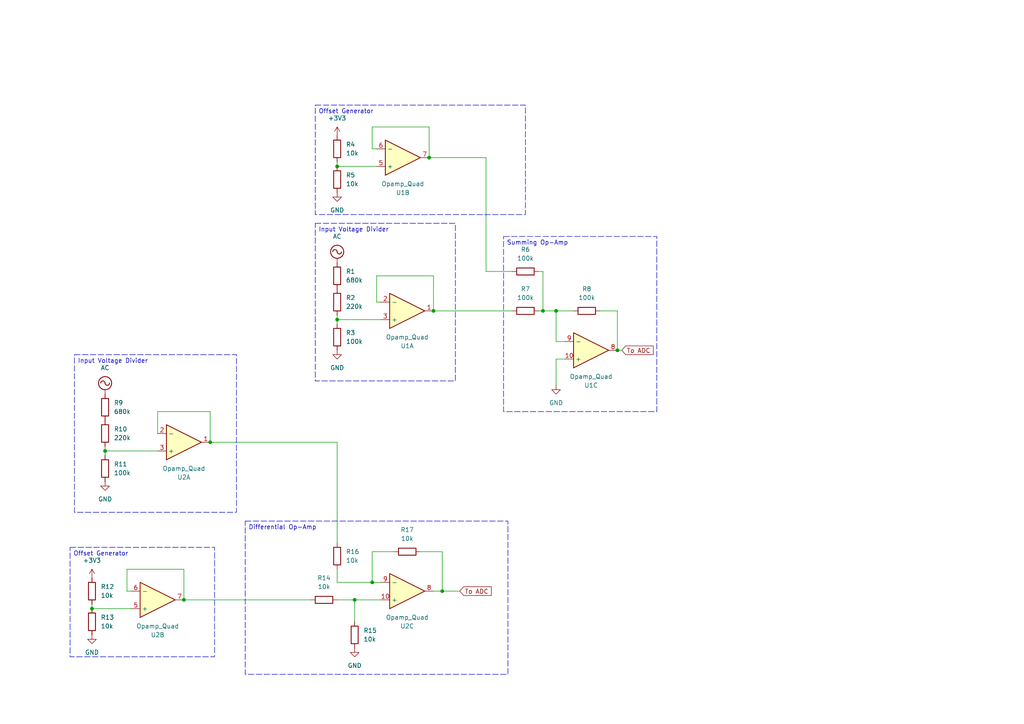
<source format=kicad_sch>
(kicad_sch (version 20230121) (generator eeschema)

  (uuid 59650a61-6682-4c97-8c41-3e1a0aa109a6)

  (paper "A4")

  (lib_symbols
    (symbol "Device:Opamp_Quad" (in_bom yes) (on_board yes)
      (property "Reference" "U" (at 0 5.08 0)
        (effects (font (size 1.27 1.27)) (justify left))
      )
      (property "Value" "Opamp_Quad" (at 0 -5.08 0)
        (effects (font (size 1.27 1.27)) (justify left))
      )
      (property "Footprint" "" (at 0 0 0)
        (effects (font (size 1.27 1.27)) hide)
      )
      (property "Datasheet" "~" (at 0 0 0)
        (effects (font (size 1.27 1.27)) hide)
      )
      (property "Sim.Library" "${KICAD7_SYMBOL_DIR}/Simulation_SPICE.sp" (at 0 0 0)
        (effects (font (size 1.27 1.27)) hide)
      )
      (property "Sim.Name" "kicad_builtin_opamp_quad" (at 0 0 0)
        (effects (font (size 1.27 1.27)) hide)
      )
      (property "Sim.Device" "SUBCKT" (at 0 0 0)
        (effects (font (size 1.27 1.27)) hide)
      )
      (property "Sim.Pins" "1=out1 2=in1- 3=in1+ 4=vcc 5=in2+ 6=in2- 7=out2 8=out3 9=in3- 10=in3+ 11=vee 12=in4+ 13=in4- 14=out4" (at 0 0 0)
        (effects (font (size 1.27 1.27)) hide)
      )
      (property "ki_locked" "" (at 0 0 0)
        (effects (font (size 1.27 1.27)))
      )
      (property "ki_keywords" "quad opamp" (at 0 0 0)
        (effects (font (size 1.27 1.27)) hide)
      )
      (property "ki_description" "Quad operational amplifier" (at 0 0 0)
        (effects (font (size 1.27 1.27)) hide)
      )
      (property "ki_fp_filters" "SOIC*3.9x8.7mm*P1.27mm* DIP*W7.62mm* TSSOP*4.4x5mm*P0.65mm* SSOP*5.3x6.2mm*P0.65mm*" (at 0 0 0)
        (effects (font (size 1.27 1.27)) hide)
      )
      (symbol "Opamp_Quad_1_1"
        (polyline
          (pts
            (xy -5.08 5.08)
            (xy 5.08 0)
            (xy -5.08 -5.08)
            (xy -5.08 5.08)
          )
          (stroke (width 0.254) (type default))
          (fill (type background))
        )
        (pin output line (at 7.62 0 180) (length 2.54)
          (name "~" (effects (font (size 1.27 1.27))))
          (number "1" (effects (font (size 1.27 1.27))))
        )
        (pin input line (at -7.62 -2.54 0) (length 2.54)
          (name "-" (effects (font (size 1.27 1.27))))
          (number "2" (effects (font (size 1.27 1.27))))
        )
        (pin input line (at -7.62 2.54 0) (length 2.54)
          (name "+" (effects (font (size 1.27 1.27))))
          (number "3" (effects (font (size 1.27 1.27))))
        )
      )
      (symbol "Opamp_Quad_2_1"
        (polyline
          (pts
            (xy -5.08 5.08)
            (xy 5.08 0)
            (xy -5.08 -5.08)
            (xy -5.08 5.08)
          )
          (stroke (width 0.254) (type default))
          (fill (type background))
        )
        (pin input line (at -7.62 2.54 0) (length 2.54)
          (name "+" (effects (font (size 1.27 1.27))))
          (number "5" (effects (font (size 1.27 1.27))))
        )
        (pin input line (at -7.62 -2.54 0) (length 2.54)
          (name "-" (effects (font (size 1.27 1.27))))
          (number "6" (effects (font (size 1.27 1.27))))
        )
        (pin output line (at 7.62 0 180) (length 2.54)
          (name "~" (effects (font (size 1.27 1.27))))
          (number "7" (effects (font (size 1.27 1.27))))
        )
      )
      (symbol "Opamp_Quad_3_1"
        (polyline
          (pts
            (xy -5.08 5.08)
            (xy 5.08 0)
            (xy -5.08 -5.08)
            (xy -5.08 5.08)
          )
          (stroke (width 0.254) (type default))
          (fill (type background))
        )
        (pin input line (at -7.62 2.54 0) (length 2.54)
          (name "+" (effects (font (size 1.27 1.27))))
          (number "10" (effects (font (size 1.27 1.27))))
        )
        (pin output line (at 7.62 0 180) (length 2.54)
          (name "~" (effects (font (size 1.27 1.27))))
          (number "8" (effects (font (size 1.27 1.27))))
        )
        (pin input line (at -7.62 -2.54 0) (length 2.54)
          (name "-" (effects (font (size 1.27 1.27))))
          (number "9" (effects (font (size 1.27 1.27))))
        )
      )
      (symbol "Opamp_Quad_4_1"
        (polyline
          (pts
            (xy -5.08 5.08)
            (xy 5.08 0)
            (xy -5.08 -5.08)
            (xy -5.08 5.08)
          )
          (stroke (width 0.254) (type default))
          (fill (type background))
        )
        (pin input line (at -7.62 2.54 0) (length 2.54)
          (name "+" (effects (font (size 1.27 1.27))))
          (number "12" (effects (font (size 1.27 1.27))))
        )
        (pin input line (at -7.62 -2.54 0) (length 2.54)
          (name "-" (effects (font (size 1.27 1.27))))
          (number "13" (effects (font (size 1.27 1.27))))
        )
        (pin output line (at 7.62 0 180) (length 2.54)
          (name "~" (effects (font (size 1.27 1.27))))
          (number "14" (effects (font (size 1.27 1.27))))
        )
      )
      (symbol "Opamp_Quad_5_1"
        (pin power_in line (at -2.54 -7.62 90) (length 3.81)
          (name "V-" (effects (font (size 1.27 1.27))))
          (number "11" (effects (font (size 1.27 1.27))))
        )
        (pin power_in line (at -2.54 7.62 270) (length 3.81)
          (name "V+" (effects (font (size 1.27 1.27))))
          (number "4" (effects (font (size 1.27 1.27))))
        )
      )
    )
    (symbol "Device:R" (pin_numbers hide) (pin_names (offset 0)) (in_bom yes) (on_board yes)
      (property "Reference" "R" (at 2.032 0 90)
        (effects (font (size 1.27 1.27)))
      )
      (property "Value" "R" (at 0 0 90)
        (effects (font (size 1.27 1.27)))
      )
      (property "Footprint" "" (at -1.778 0 90)
        (effects (font (size 1.27 1.27)) hide)
      )
      (property "Datasheet" "~" (at 0 0 0)
        (effects (font (size 1.27 1.27)) hide)
      )
      (property "ki_keywords" "R res resistor" (at 0 0 0)
        (effects (font (size 1.27 1.27)) hide)
      )
      (property "ki_description" "Resistor" (at 0 0 0)
        (effects (font (size 1.27 1.27)) hide)
      )
      (property "ki_fp_filters" "R_*" (at 0 0 0)
        (effects (font (size 1.27 1.27)) hide)
      )
      (symbol "R_0_1"
        (rectangle (start -1.016 -2.54) (end 1.016 2.54)
          (stroke (width 0.254) (type default))
          (fill (type none))
        )
      )
      (symbol "R_1_1"
        (pin passive line (at 0 3.81 270) (length 1.27)
          (name "~" (effects (font (size 1.27 1.27))))
          (number "1" (effects (font (size 1.27 1.27))))
        )
        (pin passive line (at 0 -3.81 90) (length 1.27)
          (name "~" (effects (font (size 1.27 1.27))))
          (number "2" (effects (font (size 1.27 1.27))))
        )
      )
    )
    (symbol "power:+3V3" (power) (pin_names (offset 0)) (in_bom yes) (on_board yes)
      (property "Reference" "#PWR" (at 0 -3.81 0)
        (effects (font (size 1.27 1.27)) hide)
      )
      (property "Value" "+3V3" (at 0 3.556 0)
        (effects (font (size 1.27 1.27)))
      )
      (property "Footprint" "" (at 0 0 0)
        (effects (font (size 1.27 1.27)) hide)
      )
      (property "Datasheet" "" (at 0 0 0)
        (effects (font (size 1.27 1.27)) hide)
      )
      (property "ki_keywords" "global power" (at 0 0 0)
        (effects (font (size 1.27 1.27)) hide)
      )
      (property "ki_description" "Power symbol creates a global label with name \"+3V3\"" (at 0 0 0)
        (effects (font (size 1.27 1.27)) hide)
      )
      (symbol "+3V3_0_1"
        (polyline
          (pts
            (xy -0.762 1.27)
            (xy 0 2.54)
          )
          (stroke (width 0) (type default))
          (fill (type none))
        )
        (polyline
          (pts
            (xy 0 0)
            (xy 0 2.54)
          )
          (stroke (width 0) (type default))
          (fill (type none))
        )
        (polyline
          (pts
            (xy 0 2.54)
            (xy 0.762 1.27)
          )
          (stroke (width 0) (type default))
          (fill (type none))
        )
      )
      (symbol "+3V3_1_1"
        (pin power_in line (at 0 0 90) (length 0) hide
          (name "+3V3" (effects (font (size 1.27 1.27))))
          (number "1" (effects (font (size 1.27 1.27))))
        )
      )
    )
    (symbol "power:AC" (power) (pin_names (offset 0)) (in_bom yes) (on_board yes)
      (property "Reference" "#PWR" (at 0 -2.54 0)
        (effects (font (size 1.27 1.27)) hide)
      )
      (property "Value" "AC" (at 0 6.35 0)
        (effects (font (size 1.27 1.27)))
      )
      (property "Footprint" "" (at 0 0 0)
        (effects (font (size 1.27 1.27)) hide)
      )
      (property "Datasheet" "" (at 0 0 0)
        (effects (font (size 1.27 1.27)) hide)
      )
      (property "ki_keywords" "global power" (at 0 0 0)
        (effects (font (size 1.27 1.27)) hide)
      )
      (property "ki_description" "Power symbol creates a global label with name \"AC\"" (at 0 0 0)
        (effects (font (size 1.27 1.27)) hide)
      )
      (symbol "AC_0_1"
        (polyline
          (pts
            (xy 0 0)
            (xy 0 1.27)
          )
          (stroke (width 0) (type default))
          (fill (type none))
        )
        (arc (start 0 3.175) (mid -0.635 3.8073) (end -1.27 3.175)
          (stroke (width 0.254) (type default))
          (fill (type none))
        )
        (arc (start 0 3.175) (mid 0.635 2.5427) (end 1.27 3.175)
          (stroke (width 0.254) (type default))
          (fill (type none))
        )
        (circle (center 0 3.175) (radius 1.905)
          (stroke (width 0.254) (type default))
          (fill (type none))
        )
      )
      (symbol "AC_1_1"
        (pin power_in line (at 0 0 90) (length 0) hide
          (name "AC" (effects (font (size 1.27 1.27))))
          (number "1" (effects (font (size 1.27 1.27))))
        )
      )
    )
    (symbol "power:GND" (power) (pin_names (offset 0)) (in_bom yes) (on_board yes)
      (property "Reference" "#PWR" (at 0 -6.35 0)
        (effects (font (size 1.27 1.27)) hide)
      )
      (property "Value" "GND" (at 0 -3.81 0)
        (effects (font (size 1.27 1.27)))
      )
      (property "Footprint" "" (at 0 0 0)
        (effects (font (size 1.27 1.27)) hide)
      )
      (property "Datasheet" "" (at 0 0 0)
        (effects (font (size 1.27 1.27)) hide)
      )
      (property "ki_keywords" "global power" (at 0 0 0)
        (effects (font (size 1.27 1.27)) hide)
      )
      (property "ki_description" "Power symbol creates a global label with name \"GND\" , ground" (at 0 0 0)
        (effects (font (size 1.27 1.27)) hide)
      )
      (symbol "GND_0_1"
        (polyline
          (pts
            (xy 0 0)
            (xy 0 -1.27)
            (xy 1.27 -1.27)
            (xy 0 -2.54)
            (xy -1.27 -1.27)
            (xy 0 -1.27)
          )
          (stroke (width 0) (type default))
          (fill (type none))
        )
      )
      (symbol "GND_1_1"
        (pin power_in line (at 0 0 270) (length 0) hide
          (name "GND" (effects (font (size 1.27 1.27))))
          (number "1" (effects (font (size 1.27 1.27))))
        )
      )
    )
  )

  (junction (at 30.48 130.81) (diameter 0) (color 0 0 0 0)
    (uuid 11580026-4c3f-4e17-ab0a-1c3d51912932)
  )
  (junction (at 97.79 92.71) (diameter 0) (color 0 0 0 0)
    (uuid 4abd9803-813f-40cc-9d83-6dc9c947c9e0)
  )
  (junction (at 26.67 176.53) (diameter 0) (color 0 0 0 0)
    (uuid 5b77131a-b48f-4b0c-b34e-09083369fc5d)
  )
  (junction (at 161.29 90.17) (diameter 0) (color 0 0 0 0)
    (uuid 69803be9-37ce-43d7-ad1d-5e0cff985d50)
  )
  (junction (at 179.07 101.6) (diameter 0) (color 0 0 0 0)
    (uuid 7faa41c2-aa22-46cc-af0a-41af2b3ca58a)
  )
  (junction (at 107.95 168.91) (diameter 0) (color 0 0 0 0)
    (uuid 8949d6f0-18d8-4949-af13-770e5f1132bd)
  )
  (junction (at 128.27 171.45) (diameter 0) (color 0 0 0 0)
    (uuid a26ef8a9-fb43-42b3-9571-4f47a80efece)
  )
  (junction (at 53.34 173.99) (diameter 0) (color 0 0 0 0)
    (uuid a33352b0-91a6-4d06-9e6e-d988369e1b10)
  )
  (junction (at 157.48 90.17) (diameter 0) (color 0 0 0 0)
    (uuid a88f24d8-17c0-49bc-b912-99020a0a7980)
  )
  (junction (at 124.46 45.72) (diameter 0) (color 0 0 0 0)
    (uuid b0f571ad-739a-4e88-bad4-9b434cc28c10)
  )
  (junction (at 125.73 90.17) (diameter 0) (color 0 0 0 0)
    (uuid cf3cd537-8e73-4d45-a8d8-5f5611356c80)
  )
  (junction (at 102.87 173.99) (diameter 0) (color 0 0 0 0)
    (uuid e4a23226-f913-4864-8a58-0bb9fb059f50)
  )
  (junction (at 97.79 48.26) (diameter 0) (color 0 0 0 0)
    (uuid ecfb3e11-78d4-4e3c-908d-be1d6558d363)
  )
  (junction (at 60.96 128.27) (diameter 0) (color 0 0 0 0)
    (uuid f992f4c6-6321-4b79-96a5-d26e9b33a40f)
  )

  (wire (pts (xy 128.27 171.45) (xy 125.73 171.45))
    (stroke (width 0) (type default))
    (uuid 02d45aaa-d860-4155-ac6a-44ca33db43cc)
  )
  (wire (pts (xy 97.79 92.71) (xy 110.49 92.71))
    (stroke (width 0) (type default))
    (uuid 091e9fe3-d5e4-46dc-9e5e-702b5e7d7581)
  )
  (wire (pts (xy 107.95 43.18) (xy 109.22 43.18))
    (stroke (width 0) (type default))
    (uuid 0a8a1e3d-ff13-4759-bca8-8ffff4a9b870)
  )
  (wire (pts (xy 36.83 171.45) (xy 38.1 171.45))
    (stroke (width 0) (type default))
    (uuid 0db999f5-7d2d-43ac-a31d-fc8f403c2a2b)
  )
  (wire (pts (xy 45.72 119.38) (xy 45.72 125.73))
    (stroke (width 0) (type default))
    (uuid 123bc7af-2311-47f4-85e1-b448613027c1)
  )
  (wire (pts (xy 179.07 90.17) (xy 173.99 90.17))
    (stroke (width 0) (type default))
    (uuid 12ad0aee-f3b2-4e89-a252-42c4f41b6548)
  )
  (wire (pts (xy 53.34 165.1) (xy 53.34 173.99))
    (stroke (width 0) (type default))
    (uuid 2a506a05-abf8-4f55-bd33-b3b950b97c44)
  )
  (wire (pts (xy 107.95 168.91) (xy 110.49 168.91))
    (stroke (width 0) (type default))
    (uuid 309ce9e7-cc6d-4e95-8503-c9c2a55642ce)
  )
  (wire (pts (xy 30.48 130.81) (xy 45.72 130.81))
    (stroke (width 0) (type default))
    (uuid 33856da3-08f3-4c35-9abd-bd5ec80262f3)
  )
  (wire (pts (xy 157.48 90.17) (xy 161.29 90.17))
    (stroke (width 0) (type default))
    (uuid 3680a5a5-49fb-4e80-93b8-6409ad86dc77)
  )
  (wire (pts (xy 97.79 91.44) (xy 97.79 92.71))
    (stroke (width 0) (type default))
    (uuid 38bb6719-6008-484e-9b53-21ab5e5e44ba)
  )
  (wire (pts (xy 124.46 36.83) (xy 124.46 45.72))
    (stroke (width 0) (type default))
    (uuid 39703c7c-47c4-4ba4-b0dc-e5eaded75ae2)
  )
  (wire (pts (xy 125.73 80.01) (xy 125.73 90.17))
    (stroke (width 0) (type default))
    (uuid 3b18939a-b6ea-4f14-832d-d8fdc7897576)
  )
  (wire (pts (xy 128.27 160.02) (xy 128.27 171.45))
    (stroke (width 0) (type default))
    (uuid 4f25452d-3731-4b6a-8c6d-94bbfd0882d9)
  )
  (wire (pts (xy 107.95 160.02) (xy 114.3 160.02))
    (stroke (width 0) (type default))
    (uuid 501999a6-99bb-48f1-8a02-ff121cf0b617)
  )
  (wire (pts (xy 107.95 168.91) (xy 107.95 160.02))
    (stroke (width 0) (type default))
    (uuid 513602f6-3726-46fa-a75e-4ac31abb894f)
  )
  (wire (pts (xy 107.95 43.18) (xy 107.95 36.83))
    (stroke (width 0) (type default))
    (uuid 585a24f9-1ecb-4c24-b8fd-1d2602581564)
  )
  (wire (pts (xy 161.29 90.17) (xy 161.29 99.06))
    (stroke (width 0) (type default))
    (uuid 5de10ffc-8888-40ce-a51e-f872fc1f74ef)
  )
  (wire (pts (xy 60.96 128.27) (xy 60.96 119.38))
    (stroke (width 0) (type default))
    (uuid 5def3c81-ec7e-4eb6-a97f-2b5abbc7a830)
  )
  (wire (pts (xy 140.97 78.74) (xy 148.59 78.74))
    (stroke (width 0) (type default))
    (uuid 5df934b0-40cf-4fe3-8aa5-024d26ad302d)
  )
  (wire (pts (xy 60.96 128.27) (xy 97.79 128.27))
    (stroke (width 0) (type default))
    (uuid 601a6b95-d271-4089-8551-5c7dfff430da)
  )
  (wire (pts (xy 97.79 92.71) (xy 97.79 93.98))
    (stroke (width 0) (type default))
    (uuid 63dd94d0-e9f3-4c7b-b775-efd5c42aca69)
  )
  (wire (pts (xy 140.97 45.72) (xy 124.46 45.72))
    (stroke (width 0) (type default))
    (uuid 6cb23039-ae46-4e53-934a-b8c64d38998e)
  )
  (wire (pts (xy 179.07 101.6) (xy 180.34 101.6))
    (stroke (width 0) (type default))
    (uuid 76e55102-59f9-4c93-9f0d-630511e52e2e)
  )
  (wire (pts (xy 161.29 104.14) (xy 161.29 111.76))
    (stroke (width 0) (type default))
    (uuid 77466d7a-4942-4b47-838f-f4a11cdf60df)
  )
  (wire (pts (xy 53.34 173.99) (xy 90.17 173.99))
    (stroke (width 0) (type default))
    (uuid 7f589eda-059c-4a12-9196-3edd3c7d077c)
  )
  (wire (pts (xy 97.79 173.99) (xy 102.87 173.99))
    (stroke (width 0) (type default))
    (uuid 8acb9a1e-38df-4676-9f69-5264e1c6316f)
  )
  (wire (pts (xy 36.83 165.1) (xy 53.34 165.1))
    (stroke (width 0) (type default))
    (uuid 9ff64bf7-8983-4709-877c-c85ce0bfc3d9)
  )
  (wire (pts (xy 109.22 80.01) (xy 125.73 80.01))
    (stroke (width 0) (type default))
    (uuid a76cb01d-1aa7-4744-bff5-e1402ea9a7bd)
  )
  (wire (pts (xy 30.48 130.81) (xy 30.48 132.08))
    (stroke (width 0) (type default))
    (uuid a98c2866-fc4d-4539-8480-662bee7336b4)
  )
  (wire (pts (xy 97.79 128.27) (xy 97.79 157.48))
    (stroke (width 0) (type default))
    (uuid ae1de7af-870f-4f05-bdaf-c448c8fdcbc2)
  )
  (wire (pts (xy 97.79 48.26) (xy 97.79 46.99))
    (stroke (width 0) (type default))
    (uuid afd746f7-c1b9-4357-9113-b76d4ae6c7d7)
  )
  (wire (pts (xy 97.79 168.91) (xy 107.95 168.91))
    (stroke (width 0) (type default))
    (uuid b2220f39-b903-4bbd-902f-b6432040259a)
  )
  (wire (pts (xy 97.79 165.1) (xy 97.79 168.91))
    (stroke (width 0) (type default))
    (uuid b2f749a9-2fcf-4933-8314-528b0a18b154)
  )
  (wire (pts (xy 157.48 90.17) (xy 156.21 90.17))
    (stroke (width 0) (type default))
    (uuid b31ef40e-d164-4978-a67f-62325a2f09ee)
  )
  (wire (pts (xy 166.37 90.17) (xy 161.29 90.17))
    (stroke (width 0) (type default))
    (uuid b4467b22-df28-496a-8bf8-d6ce8346582f)
  )
  (wire (pts (xy 60.96 119.38) (xy 45.72 119.38))
    (stroke (width 0) (type default))
    (uuid b51b8d7f-5ffc-4ec5-b78b-f901f21b1c1c)
  )
  (wire (pts (xy 157.48 78.74) (xy 156.21 78.74))
    (stroke (width 0) (type default))
    (uuid b5bafbb2-2d84-48ec-aa44-dc7e96f7820a)
  )
  (wire (pts (xy 102.87 173.99) (xy 102.87 180.34))
    (stroke (width 0) (type default))
    (uuid b6fc5eed-6c74-433a-80fe-2e3f6f8b5e67)
  )
  (wire (pts (xy 97.79 48.26) (xy 109.22 48.26))
    (stroke (width 0) (type default))
    (uuid ba2c6e4a-2cd2-41e8-9477-b28837dc8fbe)
  )
  (wire (pts (xy 26.67 176.53) (xy 26.67 175.26))
    (stroke (width 0) (type default))
    (uuid bbeb82f8-ac71-4d7b-add1-baec977d18fd)
  )
  (wire (pts (xy 179.07 101.6) (xy 179.07 90.17))
    (stroke (width 0) (type default))
    (uuid bd6e820a-c5f7-4d28-98f7-523db91bc38f)
  )
  (wire (pts (xy 125.73 90.17) (xy 148.59 90.17))
    (stroke (width 0) (type default))
    (uuid c988616f-b2f3-4c81-bc6e-613ad6fc6e37)
  )
  (wire (pts (xy 157.48 78.74) (xy 157.48 90.17))
    (stroke (width 0) (type default))
    (uuid cc2be999-7712-4cad-b032-24ebfc9a472d)
  )
  (wire (pts (xy 128.27 171.45) (xy 133.35 171.45))
    (stroke (width 0) (type default))
    (uuid cc72d276-8c81-4df9-83e9-caa43e30e870)
  )
  (wire (pts (xy 161.29 99.06) (xy 163.83 99.06))
    (stroke (width 0) (type default))
    (uuid cd81af6d-753a-4f4e-9f59-2cc5362fe8f4)
  )
  (wire (pts (xy 121.92 160.02) (xy 128.27 160.02))
    (stroke (width 0) (type default))
    (uuid ce755bb8-d95b-4ffa-82f9-5a1bcfcb20b1)
  )
  (wire (pts (xy 102.87 173.99) (xy 110.49 173.99))
    (stroke (width 0) (type default))
    (uuid ce829c54-40d5-47f7-a6b8-2a20d5f66a33)
  )
  (wire (pts (xy 109.22 87.63) (xy 110.49 87.63))
    (stroke (width 0) (type default))
    (uuid d7d96ba4-c4e3-475f-831e-990c2bd67e95)
  )
  (wire (pts (xy 140.97 45.72) (xy 140.97 78.74))
    (stroke (width 0) (type default))
    (uuid d919e040-0327-44f5-9152-cff47a3930d2)
  )
  (wire (pts (xy 26.67 176.53) (xy 38.1 176.53))
    (stroke (width 0) (type default))
    (uuid dbcf36af-2d23-45d9-89cf-4c13afe12577)
  )
  (wire (pts (xy 109.22 87.63) (xy 109.22 80.01))
    (stroke (width 0) (type default))
    (uuid dd0d4cd7-0a8e-4bdf-a543-f89a9b459663)
  )
  (wire (pts (xy 30.48 129.54) (xy 30.48 130.81))
    (stroke (width 0) (type default))
    (uuid f1f5f247-90bb-40cc-8305-1559ba32a2d5)
  )
  (wire (pts (xy 163.83 104.14) (xy 161.29 104.14))
    (stroke (width 0) (type default))
    (uuid f25fbc9c-89e5-4678-8943-f8588362cdb1)
  )
  (wire (pts (xy 107.95 36.83) (xy 124.46 36.83))
    (stroke (width 0) (type default))
    (uuid f338fc7f-1157-47f5-ba49-6608fd773030)
  )
  (wire (pts (xy 36.83 171.45) (xy 36.83 165.1))
    (stroke (width 0) (type default))
    (uuid fb64d962-5627-4806-b8af-f6d74bce42a9)
  )

  (text_box "Input Voltage Divider"
    (at 21.59 102.87 0) (size 46.99 45.72)
    (stroke (width 0) (type dash))
    (fill (type none))
    (effects (font (size 1.27 1.27)) (justify left top))
    (uuid 370541e6-494b-4504-a42d-ea93127dba15)
  )
  (text_box "Differential Op-Amp"
    (at 71.12 151.13 0) (size 76.2 44.45)
    (stroke (width 0) (type dash))
    (fill (type none))
    (effects (font (size 1.27 1.27)) (justify left top))
    (uuid 5b8d93e8-dfd0-415f-a227-52bb0861001e)
  )
  (text_box "Summing Op-Amp"
    (at 146.05 68.58 0) (size 44.45 50.8)
    (stroke (width 0) (type dash))
    (fill (type none))
    (effects (font (size 1.27 1.27)) (justify left top))
    (uuid 5c13a947-7336-4894-a754-8721c267b280)
  )
  (text_box "Offset Generator"
    (at 20.32 158.75 0) (size 41.91 31.75)
    (stroke (width 0) (type dash))
    (fill (type none))
    (effects (font (size 1.27 1.27)) (justify left top))
    (uuid 68a88b4e-2138-4a8e-a138-e5c21769a51f)
  )
  (text_box "Input Voltage Divider"
    (at 91.44 64.77 0) (size 40.64 45.72)
    (stroke (width 0) (type dash))
    (fill (type none))
    (effects (font (size 1.27 1.27)) (justify left top))
    (uuid a6139c22-38fd-47ff-863d-0a93b574aa1f)
  )
  (text_box "Offset Generator"
    (at 91.44 30.48 0) (size 60.96 31.75)
    (stroke (width 0) (type dash))
    (fill (type none))
    (effects (font (size 1.27 1.27)) (justify left top))
    (uuid b13f4021-39b4-46bf-aecd-8c6b14e8ba57)
  )

  (global_label "To ADC" (shape input) (at 133.35 171.45 0) (fields_autoplaced)
    (effects (font (size 1.27 1.27)) (justify left))
    (uuid 6303154e-aedb-4537-841a-4a9e79b21f8f)
    (property "Intersheetrefs" "${INTERSHEET_REFS}" (at 143.048 171.45 0)
      (effects (font (size 1.27 1.27)) (justify left) hide)
    )
  )
  (global_label "To ADC" (shape input) (at 180.34 101.6 0) (fields_autoplaced)
    (effects (font (size 1.27 1.27)) (justify left))
    (uuid e8e471cf-0cd0-456e-bc72-dbc2e9512072)
    (property "Intersheetrefs" "${INTERSHEET_REFS}" (at 190.038 101.6 0)
      (effects (font (size 1.27 1.27)) (justify left) hide)
    )
  )

  (symbol (lib_id "Device:R") (at 152.4 90.17 270) (unit 1)
    (in_bom yes) (on_board yes) (dnp no) (fields_autoplaced)
    (uuid 0673c5e9-df20-4f85-9ce4-bbb546bdf12b)
    (property "Reference" "R7" (at 152.4 83.82 90)
      (effects (font (size 1.27 1.27)))
    )
    (property "Value" "100k" (at 152.4 86.36 90)
      (effects (font (size 1.27 1.27)))
    )
    (property "Footprint" "" (at 152.4 88.392 90)
      (effects (font (size 1.27 1.27)) hide)
    )
    (property "Datasheet" "~" (at 152.4 90.17 0)
      (effects (font (size 1.27 1.27)) hide)
    )
    (pin "1" (uuid c13e74e6-1432-449c-923f-3787aea4c575))
    (pin "2" (uuid a8a17119-349f-46d0-b1f0-4aa8b5981ae2))
    (instances
      (project "ECE362_Final_Project"
        (path "/59650a61-6682-4c97-8c41-3e1a0aa109a6"
          (reference "R7") (unit 1)
        )
      )
    )
  )

  (symbol (lib_id "Device:R") (at 30.48 135.89 0) (unit 1)
    (in_bom yes) (on_board yes) (dnp no) (fields_autoplaced)
    (uuid 08ec7882-7a87-4377-9320-42095356f478)
    (property "Reference" "R11" (at 33.02 134.62 0)
      (effects (font (size 1.27 1.27)) (justify left))
    )
    (property "Value" "100k" (at 33.02 137.16 0)
      (effects (font (size 1.27 1.27)) (justify left))
    )
    (property "Footprint" "" (at 28.702 135.89 90)
      (effects (font (size 1.27 1.27)) hide)
    )
    (property "Datasheet" "~" (at 30.48 135.89 0)
      (effects (font (size 1.27 1.27)) hide)
    )
    (pin "2" (uuid f3f19756-ec5b-42db-bac2-3975cc106d50))
    (pin "1" (uuid e0eef330-5932-4765-b751-6aa2c2b71921))
    (instances
      (project "ECE362_Final_Project"
        (path "/59650a61-6682-4c97-8c41-3e1a0aa109a6"
          (reference "R11") (unit 1)
        )
      )
    )
  )

  (symbol (lib_id "Device:R") (at 26.67 180.34 0) (unit 1)
    (in_bom yes) (on_board yes) (dnp no) (fields_autoplaced)
    (uuid 0c9bd622-4b23-4ce2-a511-cef35e545ad7)
    (property "Reference" "R13" (at 29.21 179.07 0)
      (effects (font (size 1.27 1.27)) (justify left))
    )
    (property "Value" "10k" (at 29.21 181.61 0)
      (effects (font (size 1.27 1.27)) (justify left))
    )
    (property "Footprint" "" (at 24.892 180.34 90)
      (effects (font (size 1.27 1.27)) hide)
    )
    (property "Datasheet" "~" (at 26.67 180.34 0)
      (effects (font (size 1.27 1.27)) hide)
    )
    (pin "2" (uuid 857afd32-d791-40f2-859c-8ab79949fd71))
    (pin "1" (uuid c1c2de5d-7037-427a-9788-3add8942e1b5))
    (instances
      (project "ECE362_Final_Project"
        (path "/59650a61-6682-4c97-8c41-3e1a0aa109a6"
          (reference "R13") (unit 1)
        )
      )
    )
  )

  (symbol (lib_id "Device:R") (at 30.48 125.73 0) (unit 1)
    (in_bom yes) (on_board yes) (dnp no) (fields_autoplaced)
    (uuid 100c9107-4d3e-4919-9975-d308b90eae68)
    (property "Reference" "R10" (at 33.02 124.46 0)
      (effects (font (size 1.27 1.27)) (justify left))
    )
    (property "Value" "220k" (at 33.02 127 0)
      (effects (font (size 1.27 1.27)) (justify left))
    )
    (property "Footprint" "" (at 28.702 125.73 90)
      (effects (font (size 1.27 1.27)) hide)
    )
    (property "Datasheet" "~" (at 30.48 125.73 0)
      (effects (font (size 1.27 1.27)) hide)
    )
    (pin "2" (uuid a098b990-c3d2-4fa4-9e24-63649df22724))
    (pin "1" (uuid 68a016e7-ac9e-4f3c-8dbb-a3b0601544fc))
    (instances
      (project "ECE362_Final_Project"
        (path "/59650a61-6682-4c97-8c41-3e1a0aa109a6"
          (reference "R10") (unit 1)
        )
      )
    )
  )

  (symbol (lib_id "Device:R") (at 97.79 52.07 0) (unit 1)
    (in_bom yes) (on_board yes) (dnp no) (fields_autoplaced)
    (uuid 134bdf29-282f-4443-bacb-c7bc1f63872d)
    (property "Reference" "R5" (at 100.33 50.8 0)
      (effects (font (size 1.27 1.27)) (justify left))
    )
    (property "Value" "10k" (at 100.33 53.34 0)
      (effects (font (size 1.27 1.27)) (justify left))
    )
    (property "Footprint" "" (at 96.012 52.07 90)
      (effects (font (size 1.27 1.27)) hide)
    )
    (property "Datasheet" "~" (at 97.79 52.07 0)
      (effects (font (size 1.27 1.27)) hide)
    )
    (pin "2" (uuid b280156d-f01d-4d33-9949-589981a438db))
    (pin "1" (uuid 33a30fc8-431c-405c-a85a-fd91bb6901cf))
    (instances
      (project "ECE362_Final_Project"
        (path "/59650a61-6682-4c97-8c41-3e1a0aa109a6"
          (reference "R5") (unit 1)
        )
      )
    )
  )

  (symbol (lib_id "Device:R") (at 102.87 184.15 0) (unit 1)
    (in_bom yes) (on_board yes) (dnp no) (fields_autoplaced)
    (uuid 2920d619-865b-45b7-87b4-fe3da987917c)
    (property "Reference" "R15" (at 105.41 182.88 0)
      (effects (font (size 1.27 1.27)) (justify left))
    )
    (property "Value" "10k" (at 105.41 185.42 0)
      (effects (font (size 1.27 1.27)) (justify left))
    )
    (property "Footprint" "" (at 101.092 184.15 90)
      (effects (font (size 1.27 1.27)) hide)
    )
    (property "Datasheet" "~" (at 102.87 184.15 0)
      (effects (font (size 1.27 1.27)) hide)
    )
    (pin "2" (uuid 7c831f3c-cc5b-431e-8171-8eefdb944824))
    (pin "1" (uuid 99e46886-229e-443d-aa82-aea98c03cc04))
    (instances
      (project "ECE362_Final_Project"
        (path "/59650a61-6682-4c97-8c41-3e1a0aa109a6"
          (reference "R15") (unit 1)
        )
      )
    )
  )

  (symbol (lib_id "Device:R") (at 97.79 87.63 0) (unit 1)
    (in_bom yes) (on_board yes) (dnp no) (fields_autoplaced)
    (uuid 2cd74774-90d6-4ddc-a933-379c1049527f)
    (property "Reference" "R2" (at 100.33 86.36 0)
      (effects (font (size 1.27 1.27)) (justify left))
    )
    (property "Value" "220k" (at 100.33 88.9 0)
      (effects (font (size 1.27 1.27)) (justify left))
    )
    (property "Footprint" "" (at 96.012 87.63 90)
      (effects (font (size 1.27 1.27)) hide)
    )
    (property "Datasheet" "~" (at 97.79 87.63 0)
      (effects (font (size 1.27 1.27)) hide)
    )
    (pin "2" (uuid 1cfebe60-7f88-4b34-9d62-84ce79c77383))
    (pin "1" (uuid 31e3e2d4-2c19-42c9-9fc3-ece11db0c185))
    (instances
      (project "ECE362_Final_Project"
        (path "/59650a61-6682-4c97-8c41-3e1a0aa109a6"
          (reference "R2") (unit 1)
        )
      )
    )
  )

  (symbol (lib_id "Device:R") (at 26.67 171.45 0) (unit 1)
    (in_bom yes) (on_board yes) (dnp no) (fields_autoplaced)
    (uuid 2d993913-5a55-4e79-bc1b-fa1a3eec3d9e)
    (property "Reference" "R12" (at 29.21 170.18 0)
      (effects (font (size 1.27 1.27)) (justify left))
    )
    (property "Value" "10k" (at 29.21 172.72 0)
      (effects (font (size 1.27 1.27)) (justify left))
    )
    (property "Footprint" "" (at 24.892 171.45 90)
      (effects (font (size 1.27 1.27)) hide)
    )
    (property "Datasheet" "~" (at 26.67 171.45 0)
      (effects (font (size 1.27 1.27)) hide)
    )
    (pin "2" (uuid 188f1e8a-df32-4b85-bfb0-1f7343708e2b))
    (pin "1" (uuid 293fdcf6-10ad-4e61-929e-de83f1397fa0))
    (instances
      (project "ECE362_Final_Project"
        (path "/59650a61-6682-4c97-8c41-3e1a0aa109a6"
          (reference "R12") (unit 1)
        )
      )
    )
  )

  (symbol (lib_id "power:+3V3") (at 97.79 39.37 0) (unit 1)
    (in_bom yes) (on_board yes) (dnp no) (fields_autoplaced)
    (uuid 33c0f47d-86f4-4065-8dcf-7f210cf4c729)
    (property "Reference" "#PWR05" (at 97.79 43.18 0)
      (effects (font (size 1.27 1.27)) hide)
    )
    (property "Value" "+3V3" (at 97.79 34.29 0)
      (effects (font (size 1.27 1.27)))
    )
    (property "Footprint" "" (at 97.79 39.37 0)
      (effects (font (size 1.27 1.27)) hide)
    )
    (property "Datasheet" "" (at 97.79 39.37 0)
      (effects (font (size 1.27 1.27)) hide)
    )
    (pin "1" (uuid 4a39b48a-8836-455e-802f-d8875f4b2d0d))
    (instances
      (project "ECE362_Final_Project"
        (path "/59650a61-6682-4c97-8c41-3e1a0aa109a6"
          (reference "#PWR05") (unit 1)
        )
      )
    )
  )

  (symbol (lib_id "Device:Opamp_Quad") (at 53.34 128.27 0) (mirror x) (unit 1)
    (in_bom yes) (on_board yes) (dnp no)
    (uuid 344a1fb2-b5c3-487d-9a77-4e1a3c59423f)
    (property "Reference" "U2" (at 53.34 138.43 0)
      (effects (font (size 1.27 1.27)))
    )
    (property "Value" "Opamp_Quad" (at 53.34 135.89 0)
      (effects (font (size 1.27 1.27)))
    )
    (property "Footprint" "" (at 53.34 128.27 0)
      (effects (font (size 1.27 1.27)) hide)
    )
    (property "Datasheet" "~" (at 53.34 128.27 0)
      (effects (font (size 1.27 1.27)) hide)
    )
    (property "Sim.Library" "${KICAD7_SYMBOL_DIR}/Simulation_SPICE.sp" (at 53.34 128.27 0)
      (effects (font (size 1.27 1.27)) hide)
    )
    (property "Sim.Name" "kicad_builtin_opamp_quad" (at 53.34 128.27 0)
      (effects (font (size 1.27 1.27)) hide)
    )
    (property "Sim.Device" "SUBCKT" (at 53.34 128.27 0)
      (effects (font (size 1.27 1.27)) hide)
    )
    (property "Sim.Pins" "1=out1 2=in1- 3=in1+ 4=vcc 5=in2+ 6=in2- 7=out2 8=out3 9=in3- 10=in3+ 11=vee 12=in4+ 13=in4- 14=out4" (at 53.34 128.27 0)
      (effects (font (size 1.27 1.27)) hide)
    )
    (pin "1" (uuid 1b37d11c-0613-4925-9e7d-1e17077b3797))
    (pin "9" (uuid e3fa97bf-3bc9-4c66-84f1-6b18fd4d4281))
    (pin "10" (uuid 707b692d-4707-4d1d-94e7-91b3d14c6955))
    (pin "8" (uuid efd10280-15c8-4bdf-80b1-43096eb67f0d))
    (pin "2" (uuid 6db14522-0713-488f-8518-b3f831fb6829))
    (pin "3" (uuid 8e37e970-ef83-48b6-ba71-516f9ef7f421))
    (pin "6" (uuid c92376d7-fc5b-4b48-95a8-f524927deef6))
    (pin "7" (uuid db07ec7c-8071-424d-ba70-d6a5b08fe938))
    (pin "14" (uuid ea180bcb-17c4-474e-a054-74b758a8325e))
    (pin "4" (uuid 2a8b3f9e-d0df-49fd-87da-de954bf07124))
    (pin "12" (uuid 07e8fc23-aa3e-4aad-8239-fd50223ba12a))
    (pin "13" (uuid 0b47b494-c312-44e4-b5eb-974e3336bddf))
    (pin "5" (uuid f1618ca3-3fed-4679-941e-1b1440095230))
    (pin "11" (uuid a1246f82-b045-4994-a942-c34d7ed1c45e))
    (instances
      (project "ECE362_Final_Project"
        (path "/59650a61-6682-4c97-8c41-3e1a0aa109a6"
          (reference "U2") (unit 1)
        )
      )
    )
  )

  (symbol (lib_id "Device:Opamp_Quad") (at 118.11 171.45 0) (mirror x) (unit 3)
    (in_bom yes) (on_board yes) (dnp no)
    (uuid 3704ba26-cb62-457f-90c7-c13fd0d3c996)
    (property "Reference" "U2" (at 118.11 181.61 0)
      (effects (font (size 1.27 1.27)))
    )
    (property "Value" "Opamp_Quad" (at 118.11 179.07 0)
      (effects (font (size 1.27 1.27)))
    )
    (property "Footprint" "" (at 118.11 171.45 0)
      (effects (font (size 1.27 1.27)) hide)
    )
    (property "Datasheet" "~" (at 118.11 171.45 0)
      (effects (font (size 1.27 1.27)) hide)
    )
    (property "Sim.Library" "${KICAD7_SYMBOL_DIR}/Simulation_SPICE.sp" (at 118.11 171.45 0)
      (effects (font (size 1.27 1.27)) hide)
    )
    (property "Sim.Name" "kicad_builtin_opamp_quad" (at 118.11 171.45 0)
      (effects (font (size 1.27 1.27)) hide)
    )
    (property "Sim.Device" "SUBCKT" (at 118.11 171.45 0)
      (effects (font (size 1.27 1.27)) hide)
    )
    (property "Sim.Pins" "1=out1 2=in1- 3=in1+ 4=vcc 5=in2+ 6=in2- 7=out2 8=out3 9=in3- 10=in3+ 11=vee 12=in4+ 13=in4- 14=out4" (at 118.11 171.45 0)
      (effects (font (size 1.27 1.27)) hide)
    )
    (pin "1" (uuid 5d9bd6c7-d0bc-47d8-aad7-6ea035570118))
    (pin "9" (uuid e3fa97bf-3bc9-4c66-84f1-6b18fd4d4281))
    (pin "10" (uuid 707b692d-4707-4d1d-94e7-91b3d14c6955))
    (pin "8" (uuid efd10280-15c8-4bdf-80b1-43096eb67f0d))
    (pin "2" (uuid d3f558eb-6ec0-44de-9c50-2197dda8f5dc))
    (pin "3" (uuid 68743577-231c-42f5-a475-c99435ca9794))
    (pin "6" (uuid c92376d7-fc5b-4b48-95a8-f524927deef6))
    (pin "7" (uuid db07ec7c-8071-424d-ba70-d6a5b08fe938))
    (pin "14" (uuid ea180bcb-17c4-474e-a054-74b758a8325e))
    (pin "4" (uuid 2a8b3f9e-d0df-49fd-87da-de954bf07124))
    (pin "12" (uuid 07e8fc23-aa3e-4aad-8239-fd50223ba12a))
    (pin "13" (uuid 0b47b494-c312-44e4-b5eb-974e3336bddf))
    (pin "5" (uuid f1618ca3-3fed-4679-941e-1b1440095230))
    (pin "11" (uuid a1246f82-b045-4994-a942-c34d7ed1c45e))
    (instances
      (project "ECE362_Final_Project"
        (path "/59650a61-6682-4c97-8c41-3e1a0aa109a6"
          (reference "U2") (unit 3)
        )
      )
    )
  )

  (symbol (lib_id "Device:Opamp_Quad") (at 118.11 90.17 0) (mirror x) (unit 1)
    (in_bom yes) (on_board yes) (dnp no)
    (uuid 3c7ddfae-d323-4a27-b60b-dd5d6a229662)
    (property "Reference" "U1" (at 118.11 100.33 0)
      (effects (font (size 1.27 1.27)))
    )
    (property "Value" "Opamp_Quad" (at 118.11 97.79 0)
      (effects (font (size 1.27 1.27)))
    )
    (property "Footprint" "" (at 118.11 90.17 0)
      (effects (font (size 1.27 1.27)) hide)
    )
    (property "Datasheet" "~" (at 118.11 90.17 0)
      (effects (font (size 1.27 1.27)) hide)
    )
    (property "Sim.Library" "${KICAD7_SYMBOL_DIR}/Simulation_SPICE.sp" (at 118.11 90.17 0)
      (effects (font (size 1.27 1.27)) hide)
    )
    (property "Sim.Name" "kicad_builtin_opamp_quad" (at 118.11 90.17 0)
      (effects (font (size 1.27 1.27)) hide)
    )
    (property "Sim.Device" "SUBCKT" (at 118.11 90.17 0)
      (effects (font (size 1.27 1.27)) hide)
    )
    (property "Sim.Pins" "1=out1 2=in1- 3=in1+ 4=vcc 5=in2+ 6=in2- 7=out2 8=out3 9=in3- 10=in3+ 11=vee 12=in4+ 13=in4- 14=out4" (at 118.11 90.17 0)
      (effects (font (size 1.27 1.27)) hide)
    )
    (pin "1" (uuid 05af61f7-7bc9-43cb-bec6-2533e710ba53))
    (pin "9" (uuid e3fa97bf-3bc9-4c66-84f1-6b18fd4d4281))
    (pin "10" (uuid 707b692d-4707-4d1d-94e7-91b3d14c6955))
    (pin "8" (uuid efd10280-15c8-4bdf-80b1-43096eb67f0d))
    (pin "2" (uuid 1b89f088-486e-47e0-9a59-ad33aae0f2c0))
    (pin "3" (uuid 1a1982ca-7e4c-42d8-b9df-f65bb57202c6))
    (pin "6" (uuid c92376d7-fc5b-4b48-95a8-f524927deef6))
    (pin "7" (uuid db07ec7c-8071-424d-ba70-d6a5b08fe938))
    (pin "14" (uuid ea180bcb-17c4-474e-a054-74b758a8325e))
    (pin "4" (uuid 2a8b3f9e-d0df-49fd-87da-de954bf07124))
    (pin "12" (uuid 07e8fc23-aa3e-4aad-8239-fd50223ba12a))
    (pin "13" (uuid 0b47b494-c312-44e4-b5eb-974e3336bddf))
    (pin "5" (uuid f1618ca3-3fed-4679-941e-1b1440095230))
    (pin "11" (uuid a1246f82-b045-4994-a942-c34d7ed1c45e))
    (instances
      (project "ECE362_Final_Project"
        (path "/59650a61-6682-4c97-8c41-3e1a0aa109a6"
          (reference "U1") (unit 1)
        )
      )
    )
  )

  (symbol (lib_id "power:AC") (at 97.79 76.2 0) (unit 1)
    (in_bom yes) (on_board yes) (dnp no) (fields_autoplaced)
    (uuid 4eaed643-11f2-46ee-a076-eaa50424ebd9)
    (property "Reference" "#PWR02" (at 97.79 78.74 0)
      (effects (font (size 1.27 1.27)) hide)
    )
    (property "Value" "AC" (at 97.79 68.58 0)
      (effects (font (size 1.27 1.27)))
    )
    (property "Footprint" "" (at 97.79 76.2 0)
      (effects (font (size 1.27 1.27)) hide)
    )
    (property "Datasheet" "" (at 97.79 76.2 0)
      (effects (font (size 1.27 1.27)) hide)
    )
    (pin "1" (uuid f276b2ad-012a-43d3-8ded-352b5fa42f8d))
    (instances
      (project "ECE362_Final_Project"
        (path "/59650a61-6682-4c97-8c41-3e1a0aa109a6"
          (reference "#PWR02") (unit 1)
        )
      )
    )
  )

  (symbol (lib_id "power:AC") (at 30.48 114.3 0) (unit 1)
    (in_bom yes) (on_board yes) (dnp no) (fields_autoplaced)
    (uuid 60e04b7e-2edc-4732-961e-e399c021d7f5)
    (property "Reference" "#PWR06" (at 30.48 116.84 0)
      (effects (font (size 1.27 1.27)) hide)
    )
    (property "Value" "AC" (at 30.48 106.68 0)
      (effects (font (size 1.27 1.27)))
    )
    (property "Footprint" "" (at 30.48 114.3 0)
      (effects (font (size 1.27 1.27)) hide)
    )
    (property "Datasheet" "" (at 30.48 114.3 0)
      (effects (font (size 1.27 1.27)) hide)
    )
    (pin "1" (uuid b84b4f90-c761-44df-8693-a367f24c20d1))
    (instances
      (project "ECE362_Final_Project"
        (path "/59650a61-6682-4c97-8c41-3e1a0aa109a6"
          (reference "#PWR06") (unit 1)
        )
      )
    )
  )

  (symbol (lib_id "Device:R") (at 170.18 90.17 270) (unit 1)
    (in_bom yes) (on_board yes) (dnp no) (fields_autoplaced)
    (uuid 6af821d4-ed58-45f8-b1d4-aaafc0b66eb5)
    (property "Reference" "R8" (at 170.18 83.82 90)
      (effects (font (size 1.27 1.27)))
    )
    (property "Value" "100k" (at 170.18 86.36 90)
      (effects (font (size 1.27 1.27)))
    )
    (property "Footprint" "" (at 170.18 88.392 90)
      (effects (font (size 1.27 1.27)) hide)
    )
    (property "Datasheet" "~" (at 170.18 90.17 0)
      (effects (font (size 1.27 1.27)) hide)
    )
    (pin "1" (uuid e207f456-b9e0-4b60-a0e7-e3518ed8f726))
    (pin "2" (uuid 32c3335a-f67b-4f72-8d5d-e4b816c3455a))
    (instances
      (project "ECE362_Final_Project"
        (path "/59650a61-6682-4c97-8c41-3e1a0aa109a6"
          (reference "R8") (unit 1)
        )
      )
    )
  )

  (symbol (lib_id "Device:R") (at 97.79 80.01 0) (unit 1)
    (in_bom yes) (on_board yes) (dnp no) (fields_autoplaced)
    (uuid 6dd70688-5957-4575-b1a3-0d6a8421fe3c)
    (property "Reference" "R1" (at 100.33 78.74 0)
      (effects (font (size 1.27 1.27)) (justify left))
    )
    (property "Value" "680k" (at 100.33 81.28 0)
      (effects (font (size 1.27 1.27)) (justify left))
    )
    (property "Footprint" "" (at 96.012 80.01 90)
      (effects (font (size 1.27 1.27)) hide)
    )
    (property "Datasheet" "~" (at 97.79 80.01 0)
      (effects (font (size 1.27 1.27)) hide)
    )
    (pin "2" (uuid 302c1acf-3760-4380-aa0b-a20b448cc42b))
    (pin "1" (uuid 88e2dfec-0d95-42c7-9339-755a424d3e44))
    (instances
      (project "ECE362_Final_Project"
        (path "/59650a61-6682-4c97-8c41-3e1a0aa109a6"
          (reference "R1") (unit 1)
        )
      )
    )
  )

  (symbol (lib_id "Device:R") (at 118.11 160.02 90) (unit 1)
    (in_bom yes) (on_board yes) (dnp no) (fields_autoplaced)
    (uuid 6e784dc2-e5a7-4472-9b80-09c25776e62e)
    (property "Reference" "R17" (at 118.11 153.67 90)
      (effects (font (size 1.27 1.27)))
    )
    (property "Value" "10k" (at 118.11 156.21 90)
      (effects (font (size 1.27 1.27)))
    )
    (property "Footprint" "" (at 118.11 161.798 90)
      (effects (font (size 1.27 1.27)) hide)
    )
    (property "Datasheet" "~" (at 118.11 160.02 0)
      (effects (font (size 1.27 1.27)) hide)
    )
    (pin "2" (uuid 3807fe33-2f21-4e6c-aced-75c289f6abce))
    (pin "1" (uuid 78cfc477-7010-423a-98f9-91378454ff7a))
    (instances
      (project "ECE362_Final_Project"
        (path "/59650a61-6682-4c97-8c41-3e1a0aa109a6"
          (reference "R17") (unit 1)
        )
      )
    )
  )

  (symbol (lib_id "power:GND") (at 97.79 55.88 0) (unit 1)
    (in_bom yes) (on_board yes) (dnp no) (fields_autoplaced)
    (uuid 74059f51-c9f9-4bd1-87ba-8cfe5f13efb2)
    (property "Reference" "#PWR04" (at 97.79 62.23 0)
      (effects (font (size 1.27 1.27)) hide)
    )
    (property "Value" "GND" (at 97.79 60.96 0)
      (effects (font (size 1.27 1.27)))
    )
    (property "Footprint" "" (at 97.79 55.88 0)
      (effects (font (size 1.27 1.27)) hide)
    )
    (property "Datasheet" "" (at 97.79 55.88 0)
      (effects (font (size 1.27 1.27)) hide)
    )
    (pin "1" (uuid 053684c3-348b-420e-9efa-c9174c294d83))
    (instances
      (project "ECE362_Final_Project"
        (path "/59650a61-6682-4c97-8c41-3e1a0aa109a6"
          (reference "#PWR04") (unit 1)
        )
      )
    )
  )

  (symbol (lib_id "power:GND") (at 161.29 111.76 0) (unit 1)
    (in_bom yes) (on_board yes) (dnp no) (fields_autoplaced)
    (uuid 745e734a-fe6b-4a29-b038-611fbc1d79f3)
    (property "Reference" "#PWR03" (at 161.29 118.11 0)
      (effects (font (size 1.27 1.27)) hide)
    )
    (property "Value" "GND" (at 161.29 116.84 0)
      (effects (font (size 1.27 1.27)))
    )
    (property "Footprint" "" (at 161.29 111.76 0)
      (effects (font (size 1.27 1.27)) hide)
    )
    (property "Datasheet" "" (at 161.29 111.76 0)
      (effects (font (size 1.27 1.27)) hide)
    )
    (pin "1" (uuid acd9267c-1eeb-4ea0-a281-53771c3b5e29))
    (instances
      (project "ECE362_Final_Project"
        (path "/59650a61-6682-4c97-8c41-3e1a0aa109a6"
          (reference "#PWR03") (unit 1)
        )
      )
    )
  )

  (symbol (lib_id "power:GND") (at 30.48 139.7 0) (unit 1)
    (in_bom yes) (on_board yes) (dnp no) (fields_autoplaced)
    (uuid 74dfd9c4-b71c-4bed-8d4f-6cbb5d1d7001)
    (property "Reference" "#PWR07" (at 30.48 146.05 0)
      (effects (font (size 1.27 1.27)) hide)
    )
    (property "Value" "GND" (at 30.48 144.78 0)
      (effects (font (size 1.27 1.27)))
    )
    (property "Footprint" "" (at 30.48 139.7 0)
      (effects (font (size 1.27 1.27)) hide)
    )
    (property "Datasheet" "" (at 30.48 139.7 0)
      (effects (font (size 1.27 1.27)) hide)
    )
    (pin "1" (uuid d94af0ee-2d0b-4d88-8063-1cf5d020880c))
    (instances
      (project "ECE362_Final_Project"
        (path "/59650a61-6682-4c97-8c41-3e1a0aa109a6"
          (reference "#PWR07") (unit 1)
        )
      )
    )
  )

  (symbol (lib_id "power:GND") (at 26.67 184.15 0) (unit 1)
    (in_bom yes) (on_board yes) (dnp no) (fields_autoplaced)
    (uuid 7eb4517f-dfcf-42ed-8560-dd28dc5b8e9c)
    (property "Reference" "#PWR09" (at 26.67 190.5 0)
      (effects (font (size 1.27 1.27)) hide)
    )
    (property "Value" "GND" (at 26.67 189.23 0)
      (effects (font (size 1.27 1.27)))
    )
    (property "Footprint" "" (at 26.67 184.15 0)
      (effects (font (size 1.27 1.27)) hide)
    )
    (property "Datasheet" "" (at 26.67 184.15 0)
      (effects (font (size 1.27 1.27)) hide)
    )
    (pin "1" (uuid 31edafeb-64a5-4e4a-b39e-823168c6d4be))
    (instances
      (project "ECE362_Final_Project"
        (path "/59650a61-6682-4c97-8c41-3e1a0aa109a6"
          (reference "#PWR09") (unit 1)
        )
      )
    )
  )

  (symbol (lib_id "Device:R") (at 93.98 173.99 270) (unit 1)
    (in_bom yes) (on_board yes) (dnp no) (fields_autoplaced)
    (uuid 8bbafe51-a216-4443-83df-823e7b483551)
    (property "Reference" "R14" (at 93.98 167.64 90)
      (effects (font (size 1.27 1.27)))
    )
    (property "Value" "10k" (at 93.98 170.18 90)
      (effects (font (size 1.27 1.27)))
    )
    (property "Footprint" "" (at 93.98 172.212 90)
      (effects (font (size 1.27 1.27)) hide)
    )
    (property "Datasheet" "~" (at 93.98 173.99 0)
      (effects (font (size 1.27 1.27)) hide)
    )
    (pin "2" (uuid 8dc25b9a-ecbf-4960-8c5f-1b152826c934))
    (pin "1" (uuid 39a03157-b5ac-4252-b567-e99a25246369))
    (instances
      (project "ECE362_Final_Project"
        (path "/59650a61-6682-4c97-8c41-3e1a0aa109a6"
          (reference "R14") (unit 1)
        )
      )
    )
  )

  (symbol (lib_id "Device:R") (at 97.79 97.79 0) (unit 1)
    (in_bom yes) (on_board yes) (dnp no) (fields_autoplaced)
    (uuid 95e6a12b-8614-4233-9738-8f844c2f4e1a)
    (property "Reference" "R3" (at 100.33 96.52 0)
      (effects (font (size 1.27 1.27)) (justify left))
    )
    (property "Value" "100k" (at 100.33 99.06 0)
      (effects (font (size 1.27 1.27)) (justify left))
    )
    (property "Footprint" "" (at 96.012 97.79 90)
      (effects (font (size 1.27 1.27)) hide)
    )
    (property "Datasheet" "~" (at 97.79 97.79 0)
      (effects (font (size 1.27 1.27)) hide)
    )
    (pin "2" (uuid b1047962-d599-417f-82c4-f33abab7e4f9))
    (pin "1" (uuid d81603b2-fa95-4eec-b690-b5d1092619e5))
    (instances
      (project "ECE362_Final_Project"
        (path "/59650a61-6682-4c97-8c41-3e1a0aa109a6"
          (reference "R3") (unit 1)
        )
      )
    )
  )

  (symbol (lib_id "power:+3V3") (at 26.67 167.64 0) (unit 1)
    (in_bom yes) (on_board yes) (dnp no) (fields_autoplaced)
    (uuid 9dcf80db-0cae-4816-b257-de9708d1c2f9)
    (property "Reference" "#PWR08" (at 26.67 171.45 0)
      (effects (font (size 1.27 1.27)) hide)
    )
    (property "Value" "+3V3" (at 26.67 162.56 0)
      (effects (font (size 1.27 1.27)))
    )
    (property "Footprint" "" (at 26.67 167.64 0)
      (effects (font (size 1.27 1.27)) hide)
    )
    (property "Datasheet" "" (at 26.67 167.64 0)
      (effects (font (size 1.27 1.27)) hide)
    )
    (pin "1" (uuid a206f51f-54da-4684-945d-b0be35a89cfd))
    (instances
      (project "ECE362_Final_Project"
        (path "/59650a61-6682-4c97-8c41-3e1a0aa109a6"
          (reference "#PWR08") (unit 1)
        )
      )
    )
  )

  (symbol (lib_id "Device:R") (at 97.79 161.29 0) (unit 1)
    (in_bom yes) (on_board yes) (dnp no) (fields_autoplaced)
    (uuid a02a7b13-a5b1-41b6-b4ff-0f1aac17400c)
    (property "Reference" "R16" (at 100.33 160.02 0)
      (effects (font (size 1.27 1.27)) (justify left))
    )
    (property "Value" "10k" (at 100.33 162.56 0)
      (effects (font (size 1.27 1.27)) (justify left))
    )
    (property "Footprint" "" (at 96.012 161.29 90)
      (effects (font (size 1.27 1.27)) hide)
    )
    (property "Datasheet" "~" (at 97.79 161.29 0)
      (effects (font (size 1.27 1.27)) hide)
    )
    (pin "2" (uuid b68fd2f7-8c39-4328-bd5c-5879ee90dda2))
    (pin "1" (uuid 08a2802b-0dab-4f78-9191-2fa10d65d27b))
    (instances
      (project "ECE362_Final_Project"
        (path "/59650a61-6682-4c97-8c41-3e1a0aa109a6"
          (reference "R16") (unit 1)
        )
      )
    )
  )

  (symbol (lib_id "Device:Opamp_Quad") (at 116.84 45.72 0) (mirror x) (unit 2)
    (in_bom yes) (on_board yes) (dnp no)
    (uuid b2a42590-e736-47a8-a9f0-80e554a16c81)
    (property "Reference" "U1" (at 116.84 55.88 0)
      (effects (font (size 1.27 1.27)))
    )
    (property "Value" "Opamp_Quad" (at 116.84 53.34 0)
      (effects (font (size 1.27 1.27)))
    )
    (property "Footprint" "" (at 116.84 45.72 0)
      (effects (font (size 1.27 1.27)) hide)
    )
    (property "Datasheet" "~" (at 116.84 45.72 0)
      (effects (font (size 1.27 1.27)) hide)
    )
    (property "Sim.Library" "${KICAD7_SYMBOL_DIR}/Simulation_SPICE.sp" (at 116.84 45.72 0)
      (effects (font (size 1.27 1.27)) hide)
    )
    (property "Sim.Name" "kicad_builtin_opamp_quad" (at 116.84 45.72 0)
      (effects (font (size 1.27 1.27)) hide)
    )
    (property "Sim.Device" "SUBCKT" (at 116.84 45.72 0)
      (effects (font (size 1.27 1.27)) hide)
    )
    (property "Sim.Pins" "1=out1 2=in1- 3=in1+ 4=vcc 5=in2+ 6=in2- 7=out2 8=out3 9=in3- 10=in3+ 11=vee 12=in4+ 13=in4- 14=out4" (at 116.84 45.72 0)
      (effects (font (size 1.27 1.27)) hide)
    )
    (pin "1" (uuid 05af61f7-7bc9-43cb-bec6-2533e710ba54))
    (pin "9" (uuid e3fa97bf-3bc9-4c66-84f1-6b18fd4d4282))
    (pin "10" (uuid 707b692d-4707-4d1d-94e7-91b3d14c6956))
    (pin "8" (uuid efd10280-15c8-4bdf-80b1-43096eb67f0e))
    (pin "2" (uuid 1b89f088-486e-47e0-9a59-ad33aae0f2c1))
    (pin "3" (uuid 1a1982ca-7e4c-42d8-b9df-f65bb57202c7))
    (pin "6" (uuid c92376d7-fc5b-4b48-95a8-f524927deef7))
    (pin "7" (uuid db07ec7c-8071-424d-ba70-d6a5b08fe939))
    (pin "14" (uuid ea180bcb-17c4-474e-a054-74b758a8325f))
    (pin "4" (uuid 2a8b3f9e-d0df-49fd-87da-de954bf07125))
    (pin "12" (uuid 07e8fc23-aa3e-4aad-8239-fd50223ba12b))
    (pin "13" (uuid 0b47b494-c312-44e4-b5eb-974e3336bde0))
    (pin "5" (uuid f1618ca3-3fed-4679-941e-1b1440095231))
    (pin "11" (uuid a1246f82-b045-4994-a942-c34d7ed1c45f))
    (instances
      (project "ECE362_Final_Project"
        (path "/59650a61-6682-4c97-8c41-3e1a0aa109a6"
          (reference "U1") (unit 2)
        )
      )
    )
  )

  (symbol (lib_id "power:GND") (at 102.87 187.96 0) (unit 1)
    (in_bom yes) (on_board yes) (dnp no) (fields_autoplaced)
    (uuid b98332d4-0fb6-4645-8b13-a083b1391e00)
    (property "Reference" "#PWR010" (at 102.87 194.31 0)
      (effects (font (size 1.27 1.27)) hide)
    )
    (property "Value" "GND" (at 102.87 193.04 0)
      (effects (font (size 1.27 1.27)))
    )
    (property "Footprint" "" (at 102.87 187.96 0)
      (effects (font (size 1.27 1.27)) hide)
    )
    (property "Datasheet" "" (at 102.87 187.96 0)
      (effects (font (size 1.27 1.27)) hide)
    )
    (pin "1" (uuid d19a25c3-bc61-4777-bc16-88be9504febf))
    (instances
      (project "ECE362_Final_Project"
        (path "/59650a61-6682-4c97-8c41-3e1a0aa109a6"
          (reference "#PWR010") (unit 1)
        )
      )
    )
  )

  (symbol (lib_id "Device:Opamp_Quad") (at 171.45 101.6 0) (mirror x) (unit 3)
    (in_bom yes) (on_board yes) (dnp no)
    (uuid c3f1e754-db13-4142-804a-a6e0ec921219)
    (property "Reference" "U1" (at 171.45 111.76 0)
      (effects (font (size 1.27 1.27)))
    )
    (property "Value" "Opamp_Quad" (at 171.45 109.22 0)
      (effects (font (size 1.27 1.27)))
    )
    (property "Footprint" "" (at 171.45 101.6 0)
      (effects (font (size 1.27 1.27)) hide)
    )
    (property "Datasheet" "~" (at 171.45 101.6 0)
      (effects (font (size 1.27 1.27)) hide)
    )
    (property "Sim.Library" "${KICAD7_SYMBOL_DIR}/Simulation_SPICE.sp" (at 171.45 101.6 0)
      (effects (font (size 1.27 1.27)) hide)
    )
    (property "Sim.Name" "kicad_builtin_opamp_quad" (at 171.45 101.6 0)
      (effects (font (size 1.27 1.27)) hide)
    )
    (property "Sim.Device" "SUBCKT" (at 171.45 101.6 0)
      (effects (font (size 1.27 1.27)) hide)
    )
    (property "Sim.Pins" "1=out1 2=in1- 3=in1+ 4=vcc 5=in2+ 6=in2- 7=out2 8=out3 9=in3- 10=in3+ 11=vee 12=in4+ 13=in4- 14=out4" (at 171.45 101.6 0)
      (effects (font (size 1.27 1.27)) hide)
    )
    (pin "1" (uuid 05af61f7-7bc9-43cb-bec6-2533e710ba55))
    (pin "9" (uuid e3fa97bf-3bc9-4c66-84f1-6b18fd4d4283))
    (pin "10" (uuid 707b692d-4707-4d1d-94e7-91b3d14c6957))
    (pin "8" (uuid efd10280-15c8-4bdf-80b1-43096eb67f0f))
    (pin "2" (uuid 1b89f088-486e-47e0-9a59-ad33aae0f2c2))
    (pin "3" (uuid 1a1982ca-7e4c-42d8-b9df-f65bb57202c8))
    (pin "6" (uuid c92376d7-fc5b-4b48-95a8-f524927deef8))
    (pin "7" (uuid db07ec7c-8071-424d-ba70-d6a5b08fe93a))
    (pin "14" (uuid ea180bcb-17c4-474e-a054-74b758a83260))
    (pin "4" (uuid 2a8b3f9e-d0df-49fd-87da-de954bf07126))
    (pin "12" (uuid 07e8fc23-aa3e-4aad-8239-fd50223ba12c))
    (pin "13" (uuid 0b47b494-c312-44e4-b5eb-974e3336bde1))
    (pin "5" (uuid f1618ca3-3fed-4679-941e-1b1440095232))
    (pin "11" (uuid a1246f82-b045-4994-a942-c34d7ed1c460))
    (instances
      (project "ECE362_Final_Project"
        (path "/59650a61-6682-4c97-8c41-3e1a0aa109a6"
          (reference "U1") (unit 3)
        )
      )
    )
  )

  (symbol (lib_id "Device:R") (at 30.48 118.11 0) (unit 1)
    (in_bom yes) (on_board yes) (dnp no) (fields_autoplaced)
    (uuid c92346c9-1b74-4856-8223-3cb5c25d5a44)
    (property "Reference" "R9" (at 33.02 116.84 0)
      (effects (font (size 1.27 1.27)) (justify left))
    )
    (property "Value" "680k" (at 33.02 119.38 0)
      (effects (font (size 1.27 1.27)) (justify left))
    )
    (property "Footprint" "" (at 28.702 118.11 90)
      (effects (font (size 1.27 1.27)) hide)
    )
    (property "Datasheet" "~" (at 30.48 118.11 0)
      (effects (font (size 1.27 1.27)) hide)
    )
    (pin "2" (uuid b24cbf3d-7e53-4584-a110-c44d28838e90))
    (pin "1" (uuid 1261d606-2ac5-4340-a419-dbb76b83a89b))
    (instances
      (project "ECE362_Final_Project"
        (path "/59650a61-6682-4c97-8c41-3e1a0aa109a6"
          (reference "R9") (unit 1)
        )
      )
    )
  )

  (symbol (lib_id "Device:R") (at 152.4 78.74 270) (unit 1)
    (in_bom yes) (on_board yes) (dnp no) (fields_autoplaced)
    (uuid ce00b96c-f896-4ef5-8d18-21322feb1fee)
    (property "Reference" "R6" (at 152.4 72.39 90)
      (effects (font (size 1.27 1.27)))
    )
    (property "Value" "100k" (at 152.4 74.93 90)
      (effects (font (size 1.27 1.27)))
    )
    (property "Footprint" "" (at 152.4 76.962 90)
      (effects (font (size 1.27 1.27)) hide)
    )
    (property "Datasheet" "~" (at 152.4 78.74 0)
      (effects (font (size 1.27 1.27)) hide)
    )
    (pin "1" (uuid be6467b3-d631-44d0-ae41-318931b7646b))
    (pin "2" (uuid a5723f91-f284-49de-93fb-07e6ecc2eb89))
    (instances
      (project "ECE362_Final_Project"
        (path "/59650a61-6682-4c97-8c41-3e1a0aa109a6"
          (reference "R6") (unit 1)
        )
      )
    )
  )

  (symbol (lib_id "Device:Opamp_Quad") (at 45.72 173.99 0) (mirror x) (unit 2)
    (in_bom yes) (on_board yes) (dnp no)
    (uuid d79b9354-0caa-4ab6-a913-171dd13efd0f)
    (property "Reference" "U2" (at 45.72 184.15 0)
      (effects (font (size 1.27 1.27)))
    )
    (property "Value" "Opamp_Quad" (at 45.72 181.61 0)
      (effects (font (size 1.27 1.27)))
    )
    (property "Footprint" "" (at 45.72 173.99 0)
      (effects (font (size 1.27 1.27)) hide)
    )
    (property "Datasheet" "~" (at 45.72 173.99 0)
      (effects (font (size 1.27 1.27)) hide)
    )
    (property "Sim.Library" "${KICAD7_SYMBOL_DIR}/Simulation_SPICE.sp" (at 45.72 173.99 0)
      (effects (font (size 1.27 1.27)) hide)
    )
    (property "Sim.Name" "kicad_builtin_opamp_quad" (at 45.72 173.99 0)
      (effects (font (size 1.27 1.27)) hide)
    )
    (property "Sim.Device" "SUBCKT" (at 45.72 173.99 0)
      (effects (font (size 1.27 1.27)) hide)
    )
    (property "Sim.Pins" "1=out1 2=in1- 3=in1+ 4=vcc 5=in2+ 6=in2- 7=out2 8=out3 9=in3- 10=in3+ 11=vee 12=in4+ 13=in4- 14=out4" (at 45.72 173.99 0)
      (effects (font (size 1.27 1.27)) hide)
    )
    (pin "1" (uuid 05af61f7-7bc9-43cb-bec6-2533e710ba54))
    (pin "9" (uuid e3fa97bf-3bc9-4c66-84f1-6b18fd4d4282))
    (pin "10" (uuid 707b692d-4707-4d1d-94e7-91b3d14c6956))
    (pin "8" (uuid efd10280-15c8-4bdf-80b1-43096eb67f0e))
    (pin "2" (uuid 1b89f088-486e-47e0-9a59-ad33aae0f2c1))
    (pin "3" (uuid 1a1982ca-7e4c-42d8-b9df-f65bb57202c7))
    (pin "6" (uuid 0448f7dc-e2a4-4f91-b695-e17bf3b22821))
    (pin "7" (uuid c8d97241-66f9-414a-8252-57dce26612bc))
    (pin "14" (uuid ea180bcb-17c4-474e-a054-74b758a8325f))
    (pin "4" (uuid 2a8b3f9e-d0df-49fd-87da-de954bf07125))
    (pin "12" (uuid 07e8fc23-aa3e-4aad-8239-fd50223ba12b))
    (pin "13" (uuid 0b47b494-c312-44e4-b5eb-974e3336bde0))
    (pin "5" (uuid 6c5cc137-9e3d-4d41-b0a4-688c949b2178))
    (pin "11" (uuid a1246f82-b045-4994-a942-c34d7ed1c45f))
    (instances
      (project "ECE362_Final_Project"
        (path "/59650a61-6682-4c97-8c41-3e1a0aa109a6"
          (reference "U2") (unit 2)
        )
      )
    )
  )

  (symbol (lib_id "power:GND") (at 97.79 101.6 0) (unit 1)
    (in_bom yes) (on_board yes) (dnp no) (fields_autoplaced)
    (uuid d82c8765-c9cb-457a-94ec-3d0656bea191)
    (property "Reference" "#PWR01" (at 97.79 107.95 0)
      (effects (font (size 1.27 1.27)) hide)
    )
    (property "Value" "GND" (at 97.79 106.68 0)
      (effects (font (size 1.27 1.27)))
    )
    (property "Footprint" "" (at 97.79 101.6 0)
      (effects (font (size 1.27 1.27)) hide)
    )
    (property "Datasheet" "" (at 97.79 101.6 0)
      (effects (font (size 1.27 1.27)) hide)
    )
    (pin "1" (uuid 8ba4bede-5a20-48ba-bbac-20d41313f3fd))
    (instances
      (project "ECE362_Final_Project"
        (path "/59650a61-6682-4c97-8c41-3e1a0aa109a6"
          (reference "#PWR01") (unit 1)
        )
      )
    )
  )

  (symbol (lib_id "Device:R") (at 97.79 43.18 0) (unit 1)
    (in_bom yes) (on_board yes) (dnp no) (fields_autoplaced)
    (uuid ff801258-0652-4382-90ae-3022be0e2d2c)
    (property "Reference" "R4" (at 100.33 41.91 0)
      (effects (font (size 1.27 1.27)) (justify left))
    )
    (property "Value" "10k" (at 100.33 44.45 0)
      (effects (font (size 1.27 1.27)) (justify left))
    )
    (property "Footprint" "" (at 96.012 43.18 90)
      (effects (font (size 1.27 1.27)) hide)
    )
    (property "Datasheet" "~" (at 97.79 43.18 0)
      (effects (font (size 1.27 1.27)) hide)
    )
    (pin "2" (uuid 7ebfae5e-52da-4e9a-94ac-25b3c61bdea6))
    (pin "1" (uuid 65f286fb-65c0-4020-bb2b-d9b68f75b8dd))
    (instances
      (project "ECE362_Final_Project"
        (path "/59650a61-6682-4c97-8c41-3e1a0aa109a6"
          (reference "R4") (unit 1)
        )
      )
    )
  )

  (sheet_instances
    (path "/" (page "1"))
  )
)

</source>
